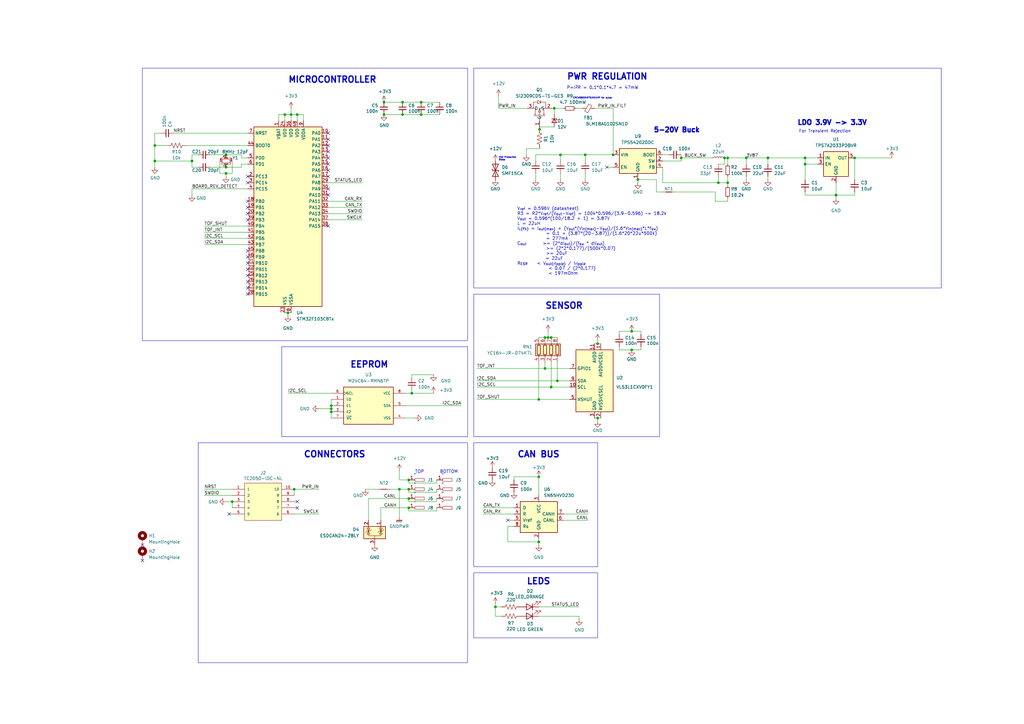
<source format=kicad_sch>
(kicad_sch (version 20230121) (generator eeschema)
  (paper "A3")
  (title_block (title "LaserCAN") (rev "3") (company "Grapple Robotics") (comment 1 "https://grapplerobotics.au") (comment 2 "https://github.com/GrappleRobotics/LaserCAN"))
  (lib_symbols
    (symbol "Device:C_Small" (pin_numbers hide) (pin_names (offset 0.254) hide)
      (property "Reference" "C" (at 0.254 1.778 0))
      (property "Value" "C_Small" (at 0.254 -2.032 0))
      (symbol "C_Small_1_1"
        (pin passive line (at 0 2.54 270) (length 2.032) (name "~") (number "1"))
        (pin passive line (at 0 -2.54 90) (length 2.032) (name "~") (number "2"))
      )
    )
    (symbol "Device:Crystal_GND24_Small" (pin_names (offset 1.016) hide)
      (property "Reference" "Y" (at 1.27 4.445 0))
      (property "Value" "Crystal_GND24_Small" (at 1.27 2.54 0))
      (symbol "Crystal_GND24_Small_1_1"
        (pin passive line (at -2.54 0 0) (length 1.27) (name "1") (number "1"))
        (pin passive line (at 0 -2.54 90) (length 0.635) (name "2") (number "2"))
        (pin passive line (at 2.54 0 180) (length 1.27) (name "3") (number "3"))
        (pin passive line (at 0 2.54 270) (length 0.635) (name "4") (number "4"))
      )
    )
    (symbol "Device:D_TVS" (pin_numbers hide) (pin_names (offset 1.016) hide)
      (property "Reference" "D" (at 0 2.54 0))
      (property "Value" "D_TVS" (at 0 -2.54 0))
      (symbol "D_TVS_1_1"
        (pin passive line (at -3.81 0 0) (length 2.54) (name "A1") (number "1"))
        (pin passive line (at 3.81 0 180) (length 2.54) (name "A2") (number "2"))
      )
    )
    (symbol "Device:D_Zener_Small" (pin_numbers hide) (pin_names (offset 0.254) hide)
      (property "Reference" "D" (at 0 2.286 0))
      (property "Value" "D_Zener_Small" (at 0 -2.286 0))
      (symbol "D_Zener_Small_1_1"
        (pin passive line (at -2.54 0 0) (length 1.778) (name "K") (number "1"))
        (pin passive line (at 2.54 0 180) (length 1.778) (name "A") (number "2"))
      )
    )
    (symbol "Device:FerriteBead_Small" (pin_numbers hide) (pin_names (offset 0))
      (property "Reference" "FB" (at 1.905 1.27 0))
      (property "Value" "FerriteBead_Small" (at 1.905 -1.27 0))
      (symbol "FerriteBead_Small_1_1"
        (pin passive line (at 0 2.54 270) (length 1.27) (name "~") (number "1"))
        (pin passive line (at 0 -2.54 90) (length 1.27) (name "~") (number "2"))
      )
    )
    (symbol "Device:LED" (pin_numbers hide) (pin_names (offset 1.016) hide)
      (property "Reference" "D" (at 0 2.54 0))
      (property "Value" "LED" (at 0 -2.54 0))
      (symbol "LED_1_1"
        (pin passive line (at -3.81 0 0) (length 2.54) (name "K") (number "1"))
        (pin passive line (at 3.81 0 180) (length 2.54) (name "A") (number "2"))
      )
    )
    (symbol "Device:L_Small" (pin_numbers hide) (pin_names (offset 0.254) hide)
      (property "Reference" "L" (at 0.762 1.016 0))
      (property "Value" "L_Small" (at 0.762 -1.016 0))
      (symbol "L_Small_1_1"
        (pin passive line (at 0 2.54 270) (length 0.508) (name "~") (number "1"))
        (pin passive line (at 0 -2.54 90) (length 0.508) (name "~") (number "2"))
      )
    )
    (symbol "Device:NetTie_2" (pin_numbers hide) (pin_names (offset 0) hide) (in_bom no)
      (property "Reference" "NT" (at 0 1.27 0))
      (property "Value" "NetTie_2" (at 0 -1.27 0))
      (symbol "NetTie_2_1_1"
        (pin passive line (at -2.54 0 0) (length 2.54) (name "1") (number "1"))
        (pin passive line (at 2.54 0 180) (length 2.54) (name "2") (number "2"))
      )
    )
    (symbol "Device:R_Pack04" (pin_names (offset 0) hide)
      (property "Reference" "RN" (at -7.62 0 90))
      (property "Value" "R_Pack04" (at 5.08 0 90))
      (symbol "R_Pack04_1_1"
        (pin passive line (at -5.08 -5.08 90) (length 2.54) (name "R1.1") (number "1"))
        (pin passive line (at -2.54 -5.08 90) (length 2.54) (name "R2.1") (number "2"))
        (pin passive line (at 0 -5.08 90) (length 2.54) (name "R3.1") (number "3"))
        (pin passive line (at 2.54 -5.08 90) (length 2.54) (name "R4.1") (number "4"))
        (pin passive line (at 2.54 5.08 270) (length 2.54) (name "R4.2") (number "5"))
        (pin passive line (at 0 5.08 270) (length 2.54) (name "R3.2") (number "6"))
        (pin passive line (at -2.54 5.08 270) (length 2.54) (name "R2.2") (number "7"))
        (pin passive line (at -5.08 5.08 270) (length 2.54) (name "R1.2") (number "8"))
      )
    )
    (symbol "Device:R_Small" (pin_numbers hide) (pin_names (offset 0.254) hide)
      (property "Reference" "R" (at 0.762 0.508 0))
      (property "Value" "R_Small" (at 0.762 -1.016 0))
      (symbol "R_Small_1_1"
        (pin passive line (at 0 2.54 270) (length 0.762) (name "~") (number "1"))
        (pin passive line (at 0 -2.54 90) (length 0.762) (name "~") (number "2"))
      )
    )
    (symbol "Device:R_US" (pin_numbers hide) (pin_names (offset 0))
      (property "Reference" "R" (at 2.54 0 90))
      (property "Value" "R_US" (at -2.54 0 90))
      (symbol "R_US_1_1"
        (pin passive line (at 0 3.81 270) (length 1.27) (name "~") (number "1"))
        (pin passive line (at 0 -3.81 90) (length 1.27) (name "~") (number "2"))
      )
    )
    (symbol "Interface_CAN_LIN:SN65HVD230" (pin_names (offset 1.016))
      (property "Reference" "U" (at -2.54 10.16 0))
      (property "Value" "SN65HVD230" (at -2.54 7.62 0))
      (symbol "SN65HVD230_1_1"
        (pin input line (at -10.16 2.54 0) (length 2.54) (name "D") (number "1"))
        (pin power_in line (at 0 -10.16 90) (length 2.54) (name "GND") (number "2"))
        (pin power_in line (at 0 7.62 270) (length 2.54) (name "VCC") (number "3"))
        (pin output line (at -10.16 0 0) (length 2.54) (name "R") (number "4"))
        (pin output line (at -10.16 -2.54 0) (length 2.54) (name "Vref") (number "5"))
        (pin bidirectional line (at 10.16 -2.54 180) (length 2.54) (name "CANL") (number "6"))
        (pin bidirectional line (at 10.16 0 180) (length 2.54) (name "CANH") (number "7"))
        (pin input line (at -10.16 -5.08 0) (length 2.54) (name "Rs") (number "8"))
      )
    )
    (symbol "M24C64-RMN6TP:M24C64-RMN6TP" (pin_names (offset 1.016))
      (property "Reference" "U" (at -10.1766 8.1413 0))
      (property "Value" "M24C64-RMN6TP" (at -10.1762 -10.6849 0))
      (symbol "M24C64-RMN6TP_0_0"
        (pin input line (at -15.24 2.54 0) (length 5.08) (name "E0") (number "1"))
        (pin input line (at -15.24 0 0) (length 5.08) (name "E1") (number "2"))
        (pin input line (at -15.24 -2.54 0) (length 5.08) (name "E2") (number "3"))
        (pin power_in line (at 15.24 -5.08 180) (length 5.08) (name "VSS") (number "4"))
        (pin bidirectional line (at 15.24 0 180) (length 5.08) (name "SDA") (number "5"))
        (pin input clock (at -15.24 5.08 0) (length 5.08) (name "SCL") (number "6"))
        (pin input line (at -15.24 -5.08 0) (length 5.08) (name "~{WC}") (number "7"))
        (pin power_in line (at 15.24 5.08 180) (length 5.08) (name "VCC") (number "8"))
      )
    )
    (symbol "MCU_ST_STM32F1:STM32F103C8Tx"
      (property "Reference" "U" (at -12.7 39.37 0))
      (property "Value" "STM32F103C8Tx" (at 10.16 39.37 0))
      (symbol "STM32F103C8Tx_1_1"
        (pin power_in line (at -2.54 40.64 270) (length 2.54) (name "VBAT") (number "1"))
        (pin bidirectional line (at 17.78 35.56 180) (length 2.54) (name "PA0") (number "10"))
        (pin bidirectional line (at 17.78 33.02 180) (length 2.54) (name "PA1") (number "11"))
        (pin bidirectional line (at 17.78 30.48 180) (length 2.54) (name "PA2") (number "12"))
        (pin bidirectional line (at 17.78 27.94 180) (length 2.54) (name "PA3") (number "13"))
        (pin bidirectional line (at 17.78 25.4 180) (length 2.54) (name "PA4") (number "14"))
        (pin bidirectional line (at 17.78 22.86 180) (length 2.54) (name "PA5") (number "15"))
        (pin bidirectional line (at 17.78 20.32 180) (length 2.54) (name "PA6") (number "16"))
        (pin bidirectional line (at 17.78 17.78 180) (length 2.54) (name "PA7") (number "17"))
        (pin bidirectional line (at -15.24 7.62 0) (length 2.54) (name "PB0") (number "18"))
        (pin bidirectional line (at -15.24 5.08 0) (length 2.54) (name "PB1") (number "19"))
        (pin bidirectional line (at -15.24 17.78 0) (length 2.54) (name "PC13") (number "2"))
        (pin bidirectional line (at -15.24 2.54 0) (length 2.54) (name "PB2") (number "20"))
        (pin bidirectional line (at -15.24 -17.78 0) (length 2.54) (name "PB10") (number "21"))
        (pin bidirectional line (at -15.24 -20.32 0) (length 2.54) (name "PB11") (number "22"))
        (pin power_in line (at 0 -38.1 90) (length 2.54) (name "VSS") (number "23"))
        (pin power_in line (at 0 40.64 270) (length 2.54) (name "VDD") (number "24"))
        (pin bidirectional line (at -15.24 -22.86 0) (length 2.54) (name "PB12") (number "25"))
        (pin bidirectional line (at -15.24 -25.4 0) (length 2.54) (name "PB13") (number "26"))
        (pin bidirectional line (at -15.24 -27.94 0) (length 2.54) (name "PB14") (number "27"))
        (pin bidirectional line (at -15.24 -30.48 0) (length 2.54) (name "PB15") (number "28"))
        (pin bidirectional line (at 17.78 15.24 180) (length 2.54) (name "PA8") (number "29"))
        (pin bidirectional line (at -15.24 15.24 0) (length 2.54) (name "PC14") (number "3"))
        (pin bidirectional line (at 17.78 12.7 180) (length 2.54) (name "PA9") (number "30"))
        (pin bidirectional line (at 17.78 10.16 180) (length 2.54) (name "PA10") (number "31"))
        (pin bidirectional line (at 17.78 7.62 180) (length 2.54) (name "PA11") (number "32"))
        (pin bidirectional line (at 17.78 5.08 180) (length 2.54) (name "PA12") (number "33"))
        (pin bidirectional line (at 17.78 2.54 180) (length 2.54) (name "PA13") (number "34"))
        (pin passive line (at 0 -38.1 90) (length 2.54) hide (name "VSS") (number "35"))
        (pin power_in line (at 2.54 40.64 270) (length 2.54) (name "VDD") (number "36"))
        (pin bidirectional line (at 17.78 0 180) (length 2.54) (name "PA14") (number "37"))
        (pin bidirectional line (at 17.78 -2.54 180) (length 2.54) (name "PA15") (number "38"))
        (pin bidirectional line (at -15.24 0 0) (length 2.54) (name "PB3") (number "39"))
        (pin bidirectional line (at -15.24 12.7 0) (length 2.54) (name "PC15") (number "4"))
        (pin bidirectional line (at -15.24 -2.54 0) (length 2.54) (name "PB4") (number "40"))
        (pin bidirectional line (at -15.24 -5.08 0) (length 2.54) (name "PB5") (number "41"))
        (pin bidirectional line (at -15.24 -7.62 0) (length 2.54) (name "PB6") (number "42"))
        (pin bidirectional line (at -15.24 -10.16 0) (length 2.54) (name "PB7") (number "43"))
        (pin input line (at -15.24 30.48 0) (length 2.54) (name "BOOT0") (number "44"))
        (pin bidirectional line (at -15.24 -12.7 0) (length 2.54) (name "PB8") (number "45"))
        (pin bidirectional line (at -15.24 -15.24 0) (length 2.54) (name "PB9") (number "46"))
        (pin passive line (at 0 -38.1 90) (length 2.54) hide (name "VSS") (number "47"))
        (pin power_in line (at 5.08 40.64 270) (length 2.54) (name "VDD") (number "48"))
        (pin bidirectional line (at -15.24 25.4 0) (length 2.54) (name "PD0") (number "5"))
        (pin bidirectional line (at -15.24 22.86 0) (length 2.54) (name "PD1") (number "6"))
        (pin input line (at -15.24 35.56 0) (length 2.54) (name "NRST") (number "7"))
        (pin power_in line (at 2.54 -38.1 90) (length 2.54) (name "VSSA") (number "8"))
        (pin power_in line (at 7.62 40.64 270) (length 2.54) (name "VDDA") (number "9"))
      )
    )
    (symbol "Mechanical:MountingHole_Pad" (pin_numbers hide) (pin_names (offset 1.016) hide)
      (property "Reference" "H" (at 0 6.35 0))
      (property "Value" "MountingHole_Pad" (at 0 4.445 0))
      (symbol "MountingHole_Pad_1_1"
        (pin input line (at 0 -2.54 90) (length 2.54) (name "1") (number "1"))
      )
    )
    (symbol "Pad:ConnPad"
      (property "Reference" "J" (at 0 0 0))
      (symbol "ConnPad_1_1"
        (pin unspecified line (at -2.54 -2.54 0) (length 2.54) (name "") (number "1"))
      )
    )
    (symbol "Power_Protection:SZNUP2105L" (pin_names hide)
      (property "Reference" "D" (at 5.715 2.54 0))
      (property "Value" "SZNUP2105L" (at 5.715 0.635 0))
      (symbol "SZNUP2105L_0_0"
        (pin passive line (at 0 -5.08 90) (length 2.54) (name "A") (number "3"))
      )
      (symbol "SZNUP2105L_1_1"
        (pin passive line (at -2.54 5.08 270) (length 2.54) (name "K") (number "1"))
        (pin passive line (at 2.54 5.08 270) (length 2.54) (name "K") (number "2"))
      )
    )
    (symbol "Regulator_Linear:TPS7A0508PDBV"
      (property "Reference" "U" (at -3.81 6.35 0))
      (property "Value" "TPS7A0508PDBV" (at 6.35 6.35 0))
      (symbol "TPS7A0508PDBV_0_1"
        (pin power_in line (at -7.62 2.54 0) (length 2.54) (name "IN") (number "1"))
        (pin power_in line (at 0 -7.62 90) (length 2.54) (name "GND") (number "2"))
        (pin input line (at -7.62 0 0) (length 2.54) (name "EN") (number "3"))
        (pin no_connect line (at 5.08 0 180) (length 2.54) hide (name "NC") (number "4"))
        (pin power_out line (at 7.62 2.54 180) (length 2.54) (name "OUT") (number "5"))
      )
    )
    (symbol "Regulator_Switching:TPS54202DDC"
      (property "Reference" "U" (at -7.62 6.35 0))
      (property "Value" "TPS54202DDC" (at 0 6.35 0))
      (symbol "TPS54202DDC_1_1"
        (pin power_in line (at 0 -7.62 90) (length 2.54) (name "GND") (number "1"))
        (pin power_out line (at 10.16 0 180) (length 2.54) (name "SW") (number "2"))
        (pin power_in line (at -10.16 2.54 0) (length 2.54) (name "VIN") (number "3"))
        (pin input line (at 10.16 -2.54 180) (length 2.54) (name "FB") (number "4"))
        (pin input line (at -10.16 -2.54 0) (length 2.54) (name "EN") (number "5"))
        (pin passive line (at 10.16 2.54 180) (length 2.54) (name "BOOT") (number "6"))
      )
    )
    (symbol "SI2309CDS-T1-GE3:Si2309CDS-T1-GE3"
      (property "Reference" "Q" (at 0 10.16 0))
      (property "Value" "Si2309CDS-T1-GE3" (at 0 -10.16 0))
      (symbol "Si2309CDS-T1-GE3_0_1"
        (pin unspecified line (at -7.11 0 0) (length 2.54) (name "G") (number "1"))
        (pin unspecified line (at 0.51 5.08 270) (length 2.54) (name "S") (number "2"))
        (pin unspecified line (at 0.51 -5.08 90) (length 2.54) (name "D") (number "3"))
      )
    )
    (symbol "Sensor_Distance:VL53L1CXV0FY1"
      (property "Reference" "U" (at -6.35 13.97 0))
      (property "Value" "VL53L1CXV0FY1" (at 12.065 13.97 0))
      (symbol "VL53L1CXV0FY1_1_1"
        (pin power_in line (at 2.54 15.24 270) (length 2.54) (name "AVDDVCSEL") (number "1"))
        (pin input line (at -10.16 -2.54 0) (length 2.54) (name "SCL") (number "10"))
        (pin power_in line (at 0 15.24 270) (length 2.54) (name "AVDD") (number "11"))
        (pin passive line (at 0 -15.24 90) (length 2.54) hide (name "GND") (number "12"))
        (pin power_in line (at 2.54 -15.24 90) (length 2.54) (name "AVSSVCSEL") (number "2"))
        (pin power_in line (at 0 -15.24 90) (length 2.54) (name "GND") (number "3"))
        (pin passive line (at 0 -15.24 90) (length 2.54) hide (name "GND") (number "4"))
        (pin input line (at -10.16 -7.62 0) (length 2.54) (name "XSHUT") (number "5"))
        (pin passive line (at 0 -15.24 90) (length 2.54) hide (name "GND") (number "6"))
        (pin open_collector line (at -10.16 5.08 0) (length 2.54) (name "GPIO1") (number "7"))
        (pin no_connect line (at -7.62 7.62 0) (length 2.54) hide (name "DNC") (number "8"))
        (pin bidirectional line (at -10.16 0 0) (length 2.54) (name "SDA") (number "9"))
      )
    )
    (symbol "TC2050:TC2050-IDC-NL" (pin_names (offset 1.016))
      (property "Reference" "J" (at -7.62 7.62 0))
      (property "Value" "TC2050-IDC-NL" (at -7.62 -10.16 0))
      (symbol "TC2050-IDC-NL_0_0"
        (pin passive line (at -12.7 5.08 0) (length 5.08) (name "1") (number "1"))
        (pin passive line (at 12.7 5.08 180) (length 5.08) (name "10") (number "10"))
        (pin passive line (at -12.7 2.54 0) (length 5.08) (name "2") (number "2"))
        (pin passive line (at -12.7 0 0) (length 5.08) (name "3") (number "3"))
        (pin passive line (at -12.7 -2.54 0) (length 5.08) (name "4") (number "4"))
        (pin passive line (at -12.7 -5.08 0) (length 5.08) (name "5") (number "5"))
        (pin passive line (at 12.7 -5.08 180) (length 5.08) (name "6") (number "6"))
        (pin passive line (at 12.7 -2.54 180) (length 5.08) (name "7") (number "7"))
        (pin passive line (at 12.7 0 180) (length 5.08) (name "8") (number "8"))
        (pin passive line (at 12.7 2.54 180) (length 5.08) (name "9") (number "9"))
      )
    )
    (symbol "power:+12V" (power) (pin_names (offset 0))
      (property "Value" "+12V" (at 0 3.556 0))
      (symbol "+12V_1_1"
        (pin power_in line (at 0 0 90) (length 0) hide (name "+12V") (number "1"))
      )
    )
    (symbol "power:+3V3" (power) (pin_names (offset 0))
      (property "Value" "+3V3" (at 0 3.556 0))
      (symbol "+3V3_1_1"
        (pin power_in line (at 0 0 90) (length 0) hide (name "+3V3") (number "1"))
      )
    )
    (symbol "power:GND" (power) (pin_names (offset 0))
      (property "Value" "GND" (at 0 -3.81 0))
      (symbol "GND_1_1"
        (pin power_in line (at 0 0 270) (length 0) hide (name "GND") (number "1"))
      )
    )
    (symbol "power:GNDPWR" (power) (pin_names (offset 0))
      (property "Value" "GNDPWR" (at 0 -3.302 0))
      (symbol "GNDPWR_1_1"
        (pin power_in line (at 0 0 270) (length 0) hide (name "GNDPWR") (number "1"))
      )
    )
  )
  (junction (at 259.08 135.89))
  (junction (at 226.06 158.75))
  (junction (at 92.71 68.58))
  (junction (at 227.33 44.45))
  (junction (at 92.71 63.5))
  (junction (at 245.11 171.45))
  (junction (at 118.11 128.27))
  (junction (at 223.52 151.13))
  (junction (at 220.98 195.58))
  (junction (at 203.2 248.92))
  (junction (at 168.91 161.29))
  (junction (at 95.25 205.74))
  (junction (at 119.38 46.99))
  (junction (at 306.07 64.77))
  (junction (at 297.18 64.77))
  (junction (at 163.83 200.66))
  (junction (at 120.65 200.66))
  (junction (at 240.03 63.5))
  (junction (at 220.98 163.83))
  (junction (at 261.62 73.66))
  (junction (at 63.5 66.04))
  (junction (at 135.89 168.91))
  (junction (at 172.72 41.91))
  (junction (at 92.71 71.12))
  (junction (at 350.52 64.77))
  (junction (at 298.45 64.77))
  (junction (at 245.11 140.97))
  (junction (at 135.89 166.37))
  (junction (at 167.64 196.85))
  (junction (at 63.5 59.69))
  (junction (at 279.4 64.77))
  (junction (at 121.92 46.99))
  (junction (at 224.79 138.43))
  (junction (at 220.98 222.25))
  (junction (at 314.96 64.77))
  (junction (at 229.87 63.5))
  (junction (at 221.305 53.0753))
  (junction (at 165.1 46.99))
  (junction (at 228.6 156.21))
  (junction (at 165.1 41.91))
  (junction (at 223.52 138.43))
  (junction (at 167.64 204.47))
  (junction (at 157.48 46.99))
  (junction (at 157.48 41.91))
  (junction (at 342.9 80.01))
  (junction (at 116.84 46.99))
  (junction (at 298.45 74.93))
  (junction (at 167.64 200.66))
  (junction (at 294.64 74.93))
  (junction (at 172.72 46.99))
  (junction (at 259.08 143.51))
  (junction (at 251.46 63.5))
  (junction (at 330.2 67.31))
  (junction (at 167.64 208.28))
  (junction (at 135.89 167.64))
  (junction (at 78.74 66.04))
  (junction (at 330.2 64.77))
  (junction (at 226.06 138.43))
  (no_connect (at 134.62 64.77))
  (no_connect (at 101.6 87.63))
  (no_connect (at 101.6 82.55))
  (no_connect (at 93.98 210.82))
  (no_connect (at 101.6 74.93))
  (no_connect (at 58.42 223.52))
  (no_connect (at 101.6 118.11))
  (no_connect (at 134.62 92.71))
  (no_connect (at 248.92 68.58))
  (no_connect (at 121.92 208.28))
  (no_connect (at 134.62 69.85))
  (no_connect (at 101.6 102.87))
  (no_connect (at 58.42 229.87))
  (no_connect (at 101.6 120.65))
  (no_connect (at 101.6 90.17))
  (no_connect (at 208.28 213.36))
  (no_connect (at 134.62 62.23))
  (no_connect (at 101.6 107.95))
  (no_connect (at 101.6 113.03))
  (no_connect (at 101.6 110.49))
  (no_connect (at 134.62 80.01))
  (no_connect (at 134.62 67.31))
  (no_connect (at 134.62 57.15))
  (no_connect (at 121.92 205.74))
  (no_connect (at 134.62 59.69))
  (no_connect (at 134.62 77.47))
  (no_connect (at 101.6 85.09))
  (no_connect (at 134.62 72.39))
  (no_connect (at 101.6 72.39))
  (no_connect (at 101.6 105.41))
  (no_connect (at 101.6 115.57))
  (no_connect (at 134.62 54.61))
  (wire (pts (xy 83.82 95.25) (xy 101.6 95.25)))
  (wire (pts (xy 76.2 59.69) (xy 101.6 59.69)))
  (wire (pts (xy 294.64 74.93) (xy 271.78 74.93)))
  (wire (pts (xy 219.71 63.5) (xy 229.87 63.5)))
  (wire (pts (xy 134.62 85.09) (xy 148.59 85.09)))
  (wire (pts (xy 198.12 210.82) (xy 210.82 210.82)))
  (wire (pts (xy 78.74 68.58) (xy 78.74 66.04)))
  (wire (pts (xy 298.45 64.77) (xy 306.07 64.77)))
  (wire (pts (xy 271.78 63.5) (xy 274.32 63.5)))
  (wire (pts (xy 269.24 73.66) (xy 261.62 73.66)))
  (wire (pts (xy 130.81 167.64) (xy 135.89 167.64)))
  (wire (pts (xy 204.47 39.37) (xy 204.47 44.45)))
  (wire (pts (xy 163.83 200.66) (xy 163.83 212.09)))
  (wire (pts (xy 198.12 208.28) (xy 210.82 208.28)))
  (wire (pts (xy 119.38 46.99) (xy 119.38 49.53)))
  (wire (pts (xy 220.98 138.43) (xy 223.52 138.43)))
  (wire (pts (xy 135.89 163.83) (xy 135.89 166.37)))
  (wire (pts (xy 240.03 71.12) (xy 240.03 73.66)))
  (wire (pts (xy 226.06 158.75) (xy 233.68 158.75)))
  (wire (pts (xy 63.5 66.04) (xy 78.74 66.04)))
  (wire (pts (xy 119.38 44.45) (xy 119.38 46.99)))
  (wire (pts (xy 168.91 160.02) (xy 168.91 161.29)))
  (wire (pts (xy 261.62 73.66) (xy 261.62 74.93)))
  (wire (pts (xy 254 135.89) (xy 254 137.16)))
  (wire (pts (xy 167.64 209.55) (xy 167.64 208.28)))
  (wire (pts (xy 63.5 54.61) (xy 63.5 59.69)))
  (wire (pts (xy 179.07 205.74) (xy 167.64 205.74)))
  (wire (pts (xy 135.89 168.91) (xy 135.89 171.45)))
  (wire (pts (xy 116.84 128.27) (xy 118.11 128.27)))
  (wire (pts (xy 205.74 248.92) (xy 203.2 248.92)))
  (wire (pts (xy 276.86 78.74) (xy 293.37 78.74)))
  (wire (pts (xy 179.07 200.66) (xy 179.07 201.93)))
  (wire (pts (xy 179.07 208.28) (xy 179.07 209.55)))
  (wire (pts (xy 163.83 193.04) (xy 163.83 196.85)))
  (wire (pts (xy 166.37 166.37) (xy 189.23 166.37)))
  (wire (pts (xy 243.84 44.45) (xy 251.46 44.45)))
  (wire (pts (xy 167.64 204.47) (xy 151.13 204.47)))
  (wire (pts (xy 335.28 64.77) (xy 330.2 64.77)))
  (wire (pts (xy 203.2 248.92) (xy 203.2 247.65)))
  (wire (pts (xy 101.6 64.77) (xy 99.06 64.77)))
  (wire (pts (xy 92.71 71.12) (xy 95.25 71.12)))
  (wire (pts (xy 226.06 138.43) (xy 228.6 138.43)))
  (wire (pts (xy 228.6 156.21) (xy 233.68 156.21)))
  (wire (pts (xy 220.98 222.25) (xy 220.98 220.98)))
  (wire (pts (xy 221.305 60.96) (xy 221.305 60.6953)))
  (wire (pts (xy 172.72 46.99) (xy 180.34 46.99)))
  (wire (pts (xy 224.79 138.43) (xy 226.06 138.43)))
  (wire (pts (xy 83.82 100.33) (xy 101.6 100.33)))
  (wire (pts (xy 293.37 78.74) (xy 293.37 82.55)))
  (wire (pts (xy 156.21 213.36) (xy 156.21 208.28)))
  (wire (pts (xy 237.49 252.73) (xy 237.49 254)))
  (wire (pts (xy 168.91 153.67) (xy 168.91 154.94)))
  (wire (pts (xy 245.11 140.97) (xy 246.38 140.97)))
  (wire (pts (xy 350.52 64.77) (xy 350.52 73.66)))
  (wire (pts (xy 254 143.51) (xy 254 142.24)))
  (polyline (pts (xy 245.11 232.41) (xy 194.31 232.41)))
  (wire (pts (xy 262.89 135.89) (xy 262.89 137.16)))
  (wire (pts (xy 314.96 64.77) (xy 314.96 67.31)))
  (wire (pts (xy 78.74 66.04) (xy 78.74 63.5)))
  (wire (pts (xy 294.64 72.39) (xy 294.64 74.93)))
  (wire (pts (xy 118.11 128.27) (xy 119.38 128.27)))
  (wire (pts (xy 279.4 66.04) (xy 279.4 64.77)))
  (wire (pts (xy 259.08 135.89) (xy 262.89 135.89)))
  (wire (pts (xy 134.62 74.93) (xy 148.59 74.93)))
  (wire (pts (xy 172.72 41.91) (xy 165.1 41.91)))
  (wire (pts (xy 63.5 68.58) (xy 63.5 66.04)))
  (wire (pts (xy 78.74 77.47) (xy 78.74 80.01)))
  (polyline (pts (xy 115.57 142.24) (xy 115.57 179.07)))
  (wire (pts (xy 245.11 172.72) (xy 245.11 171.45)))
  (wire (pts (xy 156.21 208.28) (xy 167.64 208.28)))
  (wire (pts (xy 259.08 143.51) (xy 254 143.51)))
  (wire (pts (xy 342.9 80.01) (xy 342.9 81.28)))
  (wire (pts (xy 134.62 87.63) (xy 148.59 87.63)))
  (wire (pts (xy 223.52 148.59) (xy 223.52 151.13)))
  (wire (pts (xy 166.37 161.29) (xy 168.91 161.29)))
  (wire (pts (xy 135.89 167.64) (xy 135.89 166.37)))
  (wire (pts (xy 134.62 90.17) (xy 148.59 90.17)))
  (wire (pts (xy 298.45 74.93) (xy 294.64 74.93)))
  (wire (pts (xy 121.92 46.99) (xy 121.92 49.53)))
  (wire (pts (xy 306.07 72.39) (xy 306.07 73.66)))
  (wire (pts (xy 227.33 46.99) (xy 227.33 44.45)))
  (wire (pts (xy 165.1 46.99) (xy 172.72 46.99)))
  (wire (pts (xy 231.14 213.36) (xy 241.3 213.36)))
  (polyline (pts (xy 245.11 181.61) (xy 245.11 232.41)))
  (wire (pts (xy 330.2 80.01) (xy 330.2 78.74)))
  (wire (pts (xy 220.98 148.59) (xy 220.98 163.83)))
  (wire (pts (xy 116.84 46.99) (xy 116.84 49.53)))
  (wire (pts (xy 101.6 67.31) (xy 99.06 67.31)))
  (wire (pts (xy 86.36 68.58) (xy 92.71 68.58)))
  (wire (pts (xy 221.2912 52.0403) (xy 221.2912 53.0753)))
  (wire (pts (xy 203.2 252.73) (xy 203.2 248.92)))
  (wire (pts (xy 177.8 153.67) (xy 168.91 153.67)))
  (wire (pts (xy 240.03 63.5) (xy 251.46 63.5)))
  (wire (pts (xy 208.28 222.25) (xy 220.98 222.25)))
  (wire (pts (xy 180.34 41.91) (xy 172.72 41.91)))
  (wire (pts (xy 223.52 151.13) (xy 233.68 151.13)))
  (wire (pts (xy 216.2112 44.45) (xy 216.2112 44.4203)))
  (wire (pts (xy 92.71 63.5) (xy 99.06 63.5)))
  (wire (pts (xy 195.58 163.83) (xy 220.98 163.83)))
  (wire (pts (xy 210.82 215.9) (xy 208.28 215.9)))
  (wire (pts (xy 163.83 200.66) (xy 167.64 200.66)))
  (wire (pts (xy 220.98 163.83) (xy 233.68 163.83)))
  (wire (pts (xy 83.82 92.71) (xy 101.6 92.71)))
  (wire (pts (xy 271.78 78.74) (xy 269.24 78.74)))
  (wire (pts (xy 95.25 205.74) (xy 95.25 208.28)))
  (wire (pts (xy 306.07 64.77) (xy 314.96 64.77)))
  (wire (pts (xy 120.65 208.28) (xy 121.92 208.28)))
  (wire (pts (xy 245.11 139.7) (xy 245.11 140.97)))
  (wire (pts (xy 179.07 204.47) (xy 179.07 205.74)))
  (wire (pts (xy 195.58 158.75) (xy 226.06 158.75)))
  (wire (pts (xy 116.84 46.99) (xy 119.38 46.99)))
  (wire (pts (xy 160.02 200.66) (xy 163.83 200.66)))
  (wire (pts (xy 179.07 196.85) (xy 179.07 198.12)))
  (wire (pts (xy 330.2 67.31) (xy 330.2 73.66)))
  (wire (pts (xy 92.71 68.58) (xy 99.06 68.58)))
  (wire (pts (xy 120.65 200.66) (xy 120.65 203.2)))
  (wire (pts (xy 179.07 198.12) (xy 167.64 198.12)))
  (wire (pts (xy 219.71 63.5) (xy 219.71 66.04)))
  (wire (pts (xy 114.3 46.99) (xy 116.84 46.99)))
  (wire (pts (xy 220.98 222.25) (xy 220.98 223.52)))
  (wire (pts (xy 259.08 143.51) (xy 262.89 143.51)))
  (wire (pts (xy 220.98 195.58) (xy 220.98 203.2)))
  (wire (pts (xy 298.45 64.77) (xy 298.45 67.31)))
  (wire (pts (xy 83.82 203.2) (xy 95.25 203.2)))
  (wire (pts (xy 314.96 64.77) (xy 330.2 64.77)))
  (wire (pts (xy 168.91 161.29) (xy 177.8 161.29)))
  (wire (pts (xy 86.36 63.5) (xy 92.71 63.5)))
  (wire (pts (xy 135.89 167.64) (xy 135.89 168.91)))
  (wire (pts (xy 92.71 205.74) (xy 95.25 205.74)))
  (wire (pts (xy 294.64 67.31) (xy 297.18 67.31)))
  (wire (pts (xy 293.37 82.55) (xy 298.45 82.55)))
  (wire (pts (xy 118.11 161.29) (xy 135.89 161.29)))
  (wire (pts (xy 81.28 68.58) (xy 78.74 68.58)))
  (polyline (pts (xy 191.77 142.24) (xy 191.77 179.07)))
  (wire (pts (xy 220.98 252.73) (xy 237.49 252.73)))
  (wire (pts (xy 271.78 66.04) (xy 279.4 66.04)))
  (wire (pts (xy 120.65 210.82) (xy 130.81 210.82)))
  (polyline (pts (xy 191.77 179.07) (xy 115.57 179.07)))
  (wire (pts (xy 248.92 68.58) (xy 251.46 68.58)))
  (wire (pts (xy 167.64 198.12) (xy 167.64 196.85)))
  (wire (pts (xy 342.9 80.01) (xy 350.52 80.01)))
  (wire (pts (xy 119.38 46.99) (xy 121.92 46.99)))
  (wire (pts (xy 99.06 64.77) (xy 99.06 63.5)))
  (wire (pts (xy 221.2912 53.0753) (xy 221.305 53.0753)))
  (wire (pts (xy 167.64 205.74) (xy 167.64 204.47)))
  (wire (pts (xy 215.9 60.96) (xy 221.305 60.96)))
  (polyline (pts (xy 194.31 181.61) (xy 245.11 181.61)))
  (wire (pts (xy 83.82 200.66) (xy 95.25 200.66)))
  (wire (pts (xy 204.47 44.45) (xy 216.2112 44.45)))
  (wire (pts (xy 63.5 59.69) (xy 68.58 59.69)))
  (wire (pts (xy 195.58 151.13) (xy 223.52 151.13)))
  (wire (pts (xy 167.64 196.85) (xy 163.83 196.85)))
  (wire (pts (xy 330.2 64.77) (xy 330.2 67.31)))
  (wire (pts (xy 231.14 210.82) (xy 241.3 210.82)))
  (wire (pts (xy 221.305 52.07) (xy 221.305 53.0753)))
  (wire (pts (xy 114.3 49.53) (xy 114.3 46.99)))
  (wire (pts (xy 224.79 135.89) (xy 224.79 138.43)))
  (wire (pts (xy 297.18 64.77) (xy 297.18 67.31)))
  (wire (pts (xy 92.71 71.12) (xy 92.71 72.39)))
  (wire (pts (xy 167.64 201.93) (xy 167.64 200.66)))
  (wire (pts (xy 245.11 171.45) (xy 246.38 171.45)))
  (polyline (pts (xy 115.57 142.24) (xy 191.77 142.24)))
  (wire (pts (xy 330.2 80.01) (xy 342.9 80.01)))
  (wire (pts (xy 226.3712 44.45) (xy 226.3712 44.4203)))
  (wire (pts (xy 228.6 148.59) (xy 228.6 156.21)))
  (wire (pts (xy 251.46 44.45) (xy 251.46 63.5)))
  (wire (pts (xy 342.9 74.93) (xy 342.9 80.01)))
  (wire (pts (xy 71.12 54.61) (xy 101.6 54.61)))
  (wire (pts (xy 149.86 200.66) (xy 154.94 200.66)))
  (wire (pts (xy 262.89 143.51) (xy 262.89 142.24)))
  (wire (pts (xy 236.22 44.45) (xy 238.76 44.45)))
  (wire (pts (xy 120.65 205.74) (xy 121.92 205.74)))
  (wire (pts (xy 226.06 148.59) (xy 226.06 158.75)))
  (wire (pts (xy 298.45 74.93) (xy 298.45 76.2)))
  (wire (pts (xy 298.45 72.39) (xy 298.45 74.93)))
  (wire (pts (xy 120.65 200.66) (xy 130.81 200.66)))
  (wire (pts (xy 350.52 64.77) (xy 365.76 64.77)))
  (wire (pts (xy 279.4 64.77) (xy 292.1 64.77)))
  (wire (pts (xy 314.96 72.39) (xy 314.96 73.66)))
  (wire (pts (xy 179.07 201.93) (xy 167.64 201.93)))
  (wire (pts (xy 271.78 74.93) (xy 271.78 68.58)))
  (wire (pts (xy 224.79 138.43) (xy 223.52 138.43)))
  (wire (pts (xy 124.46 46.99) (xy 124.46 49.53)))
  (wire (pts (xy 306.07 64.77) (xy 306.07 67.31)))
  (wire (pts (xy 195.58 156.21) (xy 228.6 156.21)))
  (wire (pts (xy 121.92 46.99) (xy 124.46 46.99)))
  (wire (pts (xy 229.87 71.12) (xy 229.87 73.66)))
  (wire (pts (xy 208.28 213.36) (xy 210.82 213.36)))
  (wire (pts (xy 83.82 97.79) (xy 101.6 97.79)))
  (wire (pts (xy 227.33 52.07) (xy 221.305 52.07)))
  (wire (pts (xy 93.98 210.82) (xy 95.25 210.82)))
  (wire (pts (xy 259.08 135.89) (xy 254 135.89)))
  (wire (pts (xy 166.37 171.45) (xy 170.18 171.45)))
  (wire (pts (xy 99.06 67.31) (xy 99.06 68.58)))
  (polyline (pts (xy 194.31 181.61) (xy 194.31 232.41)))
  (wire (pts (xy 179.07 209.55) (xy 167.64 209.55)))
  (wire (pts (xy 95.25 66.04) (xy 95.25 71.12)))
  (wire (pts (xy 279.4 64.77) (xy 279.4 63.5)))
  (wire (pts (xy 220.98 248.92) (xy 237.49 248.92)))
  (wire (pts (xy 78.74 63.5) (xy 81.28 63.5)))
  (wire (pts (xy 63.5 59.69) (xy 63.5 66.04)))
  (wire (pts (xy 118.11 128.27) (xy 118.11 129.54)))
  (wire (pts (xy 66.04 54.61) (xy 63.5 54.61)))
  (wire (pts (xy 151.13 204.47) (xy 151.13 213.36)))
  (wire (pts (xy 90.17 66.04) (xy 90.17 71.12)))
  (wire (pts (xy 90.17 71.12) (xy 92.71 71.12)))
  (wire (pts (xy 229.87 63.5) (xy 240.03 63.5)))
  (wire (pts (xy 210.82 196.85) (xy 210.82 195.58)))
  (wire (pts (xy 205.74 252.73) (xy 203.2 252.73)))
  (wire (pts (xy 298.45 64.77) (xy 297.18 64.77)))
  (wire (pts (xy 208.28 215.9) (xy 208.28 222.25)))
  (wire (pts (xy 243.84 140.97) (xy 245.11 140.97)))
  (wire (pts (xy 227.33 44.45) (xy 226.3712 44.45)))
  (wire (pts (xy 229.87 63.5) (xy 229.87 66.04)))
  (wire (pts (xy 101.6 77.47) (xy 78.74 77.47)))
  (wire (pts (xy 243.84 171.45) (xy 245.11 171.45)))
  (wire (pts (xy 350.52 78.74) (xy 350.52 80.01)))
  (wire (pts (xy 240.03 63.5) (xy 240.03 66.04)))
  (wire (pts (xy 157.48 46.99) (xy 165.1 46.99)))
  (wire (pts (xy 298.45 81.28) (xy 298.45 82.55)))
  (wire (pts (xy 330.2 67.31) (xy 335.28 67.31)))
  (wire (pts (xy 269.24 78.74) (xy 269.24 73.66)))
  (wire (pts (xy 215.9 60.96) (xy 215.9 63.5)))
  (wire (pts (xy 134.62 82.55) (xy 148.59 82.55)))
  (wire (pts (xy 165.1 41.91) (xy 157.48 41.91)))
  (wire (pts (xy 210.82 195.58) (xy 220.98 195.58)))
  (wire (pts (xy 227.33 44.45) (xy 231.14 44.45)))
  (wire (pts (xy 219.71 71.12) (xy 219.71 73.66)))
  (rectangle (start 194.31 27.94) (end 386.08 118.11))
  (rectangle (start 194.31 234.95) (end 245.11 261.62))
  (rectangle (start 58.42 27.94) (end 191.77 139.7))
  (rectangle (start 194.31 120.65) (end 270.51 179.07))
  (rectangle (start 81.28 181.61) (end 191.77 271.78))
  (text "ESD Protection\nDiode" (at 204.47 66.04 0) (effects (font (size 0.635 0.635)) (justify left bottom)))
  (text "BOTTOM" (at 180.34 194.31 0) (effects (font (size 1.27 1.27)) (justify left bottom)))
  (text "MICROCONTROLLER" (at 118.11 34.29 0) (effects (font (size 2.54 2.54) (thickness 0.508) bold) (justify left bottom)))
  (text "LDO 3.9V -> 3.3V" (at 326.9219 51.5908 0) (effects (font (size 2 2) (thickness 0.508) bold) (justify left bottom)))
  (text "EEPROM" (at 143.51 151.13 0) (effects (font (size 2.54 2.54) (thickness 0.508) bold) (justify left bottom)))
  (text "P=I^{2}R = 0.1*0.1*4.7 = 47mW" (at 232.41 36.83 0) (effects (font (size 1.27 1.27)) (justify left bottom)))
  (text "TOP" (at 170.18 194.31 0) (effects (font (size 1.27 1.27)) (justify left bottom)))
  (text "For Transient Rejection" (at 327.66 54.61 0) (effects (font (size 1.2 1.2)) (justify left bottom)))
  (text "CRCW06034R70JNEAHP for pulse" (at 234.95 40.64 0) (effects (font (size 0.635 0.635)) (justify left bottom)))
  (text "V_{ref} = 0.596V (datasheet)\nR3 = R2*V_{ref}/(V_{out}-V_{ref}) = 100k*0.596/(3.9-0.596) ~= 18.2k\nV_{out} = 0.596*(100/18.2 + 1) = 3.87V\nL = 22uH\nI_{L(Pk)} = I_{out(max)} + (V_{out}*(V_{in(max)}-V_{out})/(1.6*V_{in(max)}*L*f_{sw})\n		  = 0.1 + (3.87*(20-3.87))/(1.6*20*22u*500k)\n 		  = 277mA\nC_{out}	  >= (2*dI_{out})/(f_{sw} * dV_{out})\n  		  >= (2*2*0.177)/(500k*0.07)\n		  >= 20uF\n	       = 22uF\nR_{ESR}    < V_{out(ripple)} / I_{ripple}\n		   < 0.07 / (2*0.177)\n		   < 197mOhm" (at 212.09 113.03 0) (effects (font (size 1.27 1.27)) (justify left bottom)))
  (text "CONNECTORS" (at 124.46 187.96 0) (effects (font (size 2.54 2.54) (thickness 0.508) bold) (justify left bottom)))
  (text "PWR REGULATION" (at 232.41 33.02 0) (effects (font (size 2.54 2.54) (thickness 0.508) bold) (justify left bottom)))
  (text "CAN BUS" (at 212.09 187.96 0) (effects (font (size 2.54 2.54) (thickness 0.508) bold) (justify left bottom)))
  (text "5-20V Buck" (at 267.97 54.61 0) (effects (font (size 2 2) (thickness 0.508) bold) (justify left bottom)))
  (text "LEDS" (at 215.9 240.03 0) (effects (font (size 2.54 2.54) (thickness 0.508) bold) (justify left bottom)))
  (text "SENSOR" (at 223.52 127 0) (effects (font (size 2.54 2.54) (thickness 0.508) bold) (justify left bottom)))
  (label "CAN_RX" (at 148.59 82.55 180))
  (label "SWDIO" (at 83.82 203.2 0))
  (label "I2C_SDA" (at 195.58 156.21 0))
  (label "SWCLK" (at 148.59 90.17 180))
  (label "TOF_INT" (at 195.58 151.13 0))
  (label "PWR_IN_FILT" (at 245.11 44.45 0))
  (label "CANL" (at 157.48 204.47 0))
  (label "SWCLK" (at 130.81 210.82 180))
  (label "NRST" (at 83.82 200.66 0))
  (label "CAN_RX" (at 198.12 210.82 0))
  (label "STATUS_LED" (at 237.49 248.92 180))
  (label "BOARD_REV_DETECT" (at 78.74 77.47 0))
  (label "CAN_TX" (at 198.12 208.28 0))
  (label "I2C_SCL" (at 83.82 97.79 0))
  (label "I2C_SDA" (at 189.23 166.37 180))
  (label "CAN_TX" (at 148.59 85.09 180))
  (label "BUCK_SW" (at 280.67 64.77 0))
  (label "SWDIO" (at 148.59 87.63 180))
  (label "I2C_SCL" (at 118.11 161.29 0))
  (label "CANH" (at 241.3 210.82 180))
  (label "3V87" (at 306.07 64.77 0))
  (label "PWR_IN" (at 130.81 200.66 180))
  (label "NRST" (at 71.12 54.61 0))
  (label "TOF_SHUT" (at 195.58 163.83 0))
  (label "TOF_SHUT" (at 83.82 92.71 0))
  (label "CANH" (at 157.48 208.28 0))
  (label "CANL" (at 241.3 213.36 180))
  (label "STATUS_LED" (at 148.59 74.93 180))
  (label "PWR_IN" (at 204.47 44.45 0))
  (label "I2C_SCL" (at 195.58 158.75 0))
  (label "TOF_INT" (at 83.82 95.25 0))
  (label "I2C_SDA" (at 83.82 100.33 0))
  (symbol (lib_id "Pad:ConnPad") (at 181.61 198.12 0) (unit 1) (in_bom no)
    (property "Reference" "J5" (at 187.96 200.66 0))
    (property "Value" "~" (at 181.61 198.12 0))
    (property "Footprint" "Pad:Pad" (effects hide))
  )
  (symbol (lib_id "Device:L_Small") (at 294.64 64.77 90) (unit 1)
    (property "Reference" "L2" (at 294.64 59.69 90))
    (property "Value" "22uH" (at 294.64 62.23 90))
    (property "Footprint" "Inductor_SMD:L_1008_2520Metric" (effects hide))
    (property "LCSC Part" "C65856" (effects hide))
  )
  (symbol (lib_id "power:GND") (at 170.18 171.45 90) (unit 1)
    (property "Reference" "#PWR08" (effects hide))
    (property "Value" "GND" (at 173.99 171.4499 90) (effects (justify right)))
  )
  (symbol (lib_id "power:GND") (at 177.8 153.67 0) (unit 1)
    (property "Reference" "#PWR09" (effects hide))
    (property "Value" "GND" (at 182.88 156.21 0))
  )
  (symbol (lib_id "power:GND") (at 215.9 63.5 0) (unit 1)
    (property "Reference" "#PWR026" (effects hide))
    (property "Value" "GND" (at 215.9 67.31 0))
  )
  (symbol (lib_id "Device:C_Small") (at 157.48 44.45 180) (unit 1)
    (property "Reference" "C5" (at 155.1432 43.2816 0) (effects (justify left)))
    (property "Value" "100n" (at 155.1432 45.593 0) (effects (justify left)))
    (property "Footprint" "Capacitor_SMD:C_0402_1005Metric" (effects hide))
    (property "LCSC Part" "C1525" (effects hide))
  )
  (symbol (lib_id "power:GND") (at 78.74 80.01 0) (unit 1)
    (property "Reference" "#PWR032" (effects hide))
    (property "Value" "GND" (at 82.55 81.28 0))
  )
  (symbol (lib_id "TC2050:TC2050-IDC-NL") (at 107.95 205.74 0) (unit 1) (in_bom no)
    (property "Reference" "J2" (at 107.95 193.929 0))
    (property "Value" "TC2050-IDC-NL" (at 107.95 196.2404 0))
    (property "Footprint" "Project:TAG-CONNECT_TC2050-IDC-NL" (effects hide))
    (property "Field4" "Unavailable" (effects hide))
    (property "Field5" "None" (effects hide))
    (property "Field6" "None" (effects hide))
    (property "Field7" "TC2050-IDC-NL" (effects hide))
    (property "Field8" "Cbl Plug-Of-Nails 10-Pin" (effects hide))
    (property "PARTREV" "A" (effects hide))
    (property "MANUFACTURER" "Tag-Connect" (effects hide))
    (property "STANDARD" "Manufacturer recommendations" (effects hide))
  )
  (symbol (lib_id "Device:C_Small") (at 201.93 194.31 0) (unit 1)
    (property "Reference" "C19" (at 204.47 193.0463 0) (effects (justify left)))
    (property "Value" "10uF" (at 204.47 195.5863 0) (effects (justify left)))
    (property "Footprint" "Capacitor_SMD:C_0603_1608Metric" (effects hide))
    (property "LCSC Part" "C96446" (effects hide))
  )
  (symbol (lib_id "Pad:ConnPad") (at 181.61 201.93 0) (unit 1) (in_bom no)
    (property "Reference" "J7" (at 187.96 204.47 0))
    (property "Value" "~" (at 181.61 201.93 0))
    (property "Footprint" "Pad:Pad" (effects hide))
  )
  (symbol (lib_id "Device:R_Small") (at 298.45 78.74 0) (unit 1)
    (property "Reference" "R8" (at 299.72 77.47 0) (effects (justify left)))
    (property "Value" "18.2k" (at 299.72 80.01 0) (effects (justify left)))
    (property "Footprint" "Resistor_SMD:R_0402_1005Metric" (effects hide))
    (property "LCSC Part" "C226826" (effects hide))
  )
  (symbol (lib_id "Device:C_Small") (at 276.86 63.5 90) (unit 1)
    (property "Reference" "C18" (at 275.59 60.96 90) (effects (justify left)))
    (property "Value" "100n" (at 283.21 60.96 90) (effects (justify left)))
    (property "Footprint" "Capacitor_SMD:C_0402_1005Metric" (effects hide))
    (property "LCSC Part" "C1525" (effects hide))
  )
  (symbol (lib_id "Device:R_US") (at 72.39 59.69 90) (unit 1)
    (property "Reference" "R10" (at 72.39 62.23 90))
    (property "Value" "10k" (at 72.39 64.77 90))
    (property "Footprint" "Resistor_SMD:R_0402_1005Metric" (effects hide))
    (property "LCSC Part" "C25744" (effects hide))
  )
  (symbol (lib_id "power:GND") (at 118.11 129.54 0) (unit 1)
    (property "Reference" "#PWR012" (effects hide))
    (property "Value" "GND" (at 118.11 134.62 0))
  )
  (symbol (lib_id "Pad:ConnPad") (at 181.61 205.74 0) (unit 1) (in_bom no)
    (property "Reference" "J9" (at 187.96 208.28 0))
    (property "Value" "~" (at 181.61 205.74 0))
    (property "Footprint" "Pad:Pad" (effects hide))
  )
  (symbol (lib_id "Device:C_Small") (at 350.52 76.2 0) (unit 1)
    (property "Reference" "C3" (at 353.06 74.9363 0) (effects (justify left)))
    (property "Value" "10uF" (at 353.06 77.4763 0) (effects (justify left)))
    (property "Footprint" "Capacitor_SMD:C_0603_1608Metric" (effects hide))
    (property "LCSC Part" "C96446" (effects hide))
  )
  (symbol (lib_id "power:+3V3") (at 177.8 161.29 0) (unit 1)
    (property "Reference" "#PWR07" (effects hide))
    (property "Value" "+3V3" (at 182.88 160.02 0))
  )
  (symbol (lib_id "power:GND") (at 220.98 223.52 0) (unit 1)
    (property "Reference" "#PWR05" (effects hide))
    (property "Value" "GND" (at 220.98 228.6 0))
  )
  (symbol (lib_id "Device:R_US") (at 209.55 248.92 90) (unit 1)
    (property "Reference" "R6" (at 209.55 243.713 90))
    (property "Value" "220" (at 209.55 246.0244 90))
    (property "Footprint" "Resistor_SMD:R_0402_1005Metric" (effects hide))
    (property "LCSC Part" "C25091" (effects hide))
  )
  (symbol (lib_id "Device:LED") (at 217.17 248.92 180) (unit 1)
    (property "Reference" "D2" (at 217.3478 242.443 0))
    (property "Value" "LED_ORANGE" (at 217.3478 244.7544 0))
    (property "Footprint" "LED_SMD:LED_0603_1608Metric" (effects hide))
    (property "LCSC Part" "C72038" (effects hide))
  )
  (symbol (lib_id "Device:Crystal_GND24_Small") (at 92.71 66.04 90) (unit 1)
    (property "Reference" "Y1" (at 96.52 64.77 90))
    (property "Value" "8MHz 12pF" (at 96.52 62.23 90))
    (property "Footprint" "Crystal:Crystal_SMD_3225-4Pin_3.2x2.5mm" (effects hide))
    (property "LCSC Part" "C2682775" (effects hide))
  )
  (symbol (lib_id "Device:C_Small") (at 210.82 199.39 180) (unit 1)
    (property "Reference" "C9" (at 213.36 198.1136 0) (effects (justify right)))
    (property "Value" "100n" (at 213.36 200.6536 0) (effects (justify right)))
    (property "Footprint" "Capacitor_SMD:C_0402_1005Metric" (effects hide))
    (property "LCSC Part" "C1525" (effects hide))
  )
  (symbol (lib_id "power:GND") (at 240.03 73.66 0) (unit 1)
    (property "Reference" "#PWR029" (effects hide))
    (property "Value" "GND" (at 240.03 77.47 0))
  )
  (symbol (lib_id "Device:C_Small") (at 83.82 63.5 90) (unit 1)
    (property "Reference" "C21" (at 78.74 62.23 90) (effects (justify right)))
    (property "Value" "20pF" (at 85.09 62.23 90) (effects (justify right)))
    (property "Footprint" "Capacitor_SMD:C_0402_1005Metric" (effects hide))
    (property "LCSC Part" "C1554" (effects hide))
  )
  (symbol (lib_id "power:GND") (at 63.5 68.58 0) (unit 1)
    (property "Reference" "#PWR014" (effects hide))
    (property "Value" "GND" (at 63.627 72.9742 0))
  )
  (symbol (lib_id "power:GND") (at 314.96 73.66 0) (unit 1)
    (property "Reference" "#PWR017" (effects hide))
    (property "Value" "GND" (at 314.96 77.47 0))
  )
  (symbol (lib_id "power:GND") (at 342.9 81.28 0) (unit 1)
    (property "Reference" "#PWR010" (effects hide))
    (property "Value" "GND" (at 342.9 86.36 0))
  )
  (symbol (lib_id "power:GND") (at 130.81 167.64 270) (unit 1)
    (property "Reference" "#PWR06" (effects hide))
    (property "Value" "GND" (at 127 167.6399 90) (effects (justify right)))
  )
  (symbol (lib_id "Device:R_Small") (at 233.68 44.45 90) (unit 1)
    (property "Reference" "R9" (at 233.68 39.37 90))
    (property "Value" "4.7 100mW" (at 234.95 41.91 90))
    (property "Footprint" "Resistor_SMD:R_0603_1608Metric" (effects hide))
    (property "LCSC Part" "C3009058" (effects hide))
  )
  (symbol (lib_id "power:GND") (at 259.08 143.51 0) (unit 1)
    (property "Reference" "#PWR022" (effects hide))
    (property "Value" "GND" (at 259.08 147.32 0))
  )
  (symbol (lib_id "Regulator_Linear:TPS7A0508PDBV") (at 342.9 67.31 0) (unit 1)
    (property "Reference" "U1" (at 342.9 57.15 0))
    (property "Value" "TPS7A2033PDBVR" (at 342.9 59.69 0))
    (property "Footprint" "Package_TO_SOT_SMD:SOT-23-5" (effects hide))
    (property "Datasheet" "https://www.ti.com/lit/ds/symlink/tps7a05.pdf" (effects hide))
    (property "LCSC Part" "C2862740" (effects hide))
  )
  (symbol (lib_id "power:GND") (at 203.2 73.66 0) (unit 1)
    (property "Reference" "#PWR019" (effects hide))
    (property "Value" "GND" (at 203.2 77.47 0))
  )
  (symbol (lib_id "Device:C_Small") (at 219.71 68.58 0) (unit 1)
    (property "Reference" "C12" (at 222.25 67.3163 0) (effects (justify left)))
    (property "Value" "10uF" (at 222.25 69.8563 0) (effects (justify left)))
    (property "Footprint" "Capacitor_SMD:C_0603_1608Metric" (effects hide))
    (property "LCSC Part" "C96446" (effects hide))
  )
  (symbol (lib_id "Device:R_Small") (at 298.45 69.85 0) (unit 1)
    (property "Reference" "R2" (at 299.72 68.58 0) (effects (justify left)))
    (property "Value" "100k" (at 299.72 71.12 0) (effects (justify left)))
    (property "Footprint" "Resistor_SMD:R_0402_1005Metric" (effects hide))
    (property "LCSC Part" "C25741" (effects hide))
  )
  (symbol (lib_id "Device:C_Small") (at 172.72 44.45 0) (unit 1)
    (property "Reference" "C7" (at 175.0568 43.2816 0) (effects (justify left)))
    (property "Value" "100n" (at 175.0568 45.593 0) (effects (justify left)))
    (property "Footprint" "Capacitor_SMD:C_0402_1005Metric" (effects hide))
    (property "LCSC Part" "C1525" (effects hide))
  )
  (symbol (lib_id "Device:R_US") (at 221.305 56.8853 180) (unit 1)
    (property "Reference" "R1" (at 223.845 56.8853 90))
    (property "Value" "10k" (at 226.385 56.8853 90))
    (property "Footprint" "Resistor_SMD:R_0402_1005Metric" (effects hide))
    (property "LCSC Part" "C25744" (effects hide))
  )
  (symbol (lib_id "power:GND") (at 261.62 74.93 0) (unit 1)
    (property "Reference" "#PWR030" (effects hide))
    (property "Value" "GND" (at 261.62 78.74 0))
  )
  (symbol (lib_id "Power_Protection:SZNUP2105L") (at 153.67 218.44 0) (mirror y) (unit 1)
    (property "Reference" "D4" (at 147.32 217.17 0) (effects (justify left)))
    (property "Value" "ESDCAN24-2BLY" (at 147.32 219.71 0) (effects (justify left)))
    (property "Footprint" "Package_TO_SOT_SMD:SOT-23" (effects hide))
    (property "Datasheet" "http://www.onsemi.com/pub_link/Collateral/NUP2105L-D.PDF" (effects hide))
    (property "LCSC Part" "C246766" (effects hide))
  )
  (symbol (lib_id "Device:FerriteBead_Small") (at 241.3 44.45 90) (unit 1)
    (property "Reference" "FB1" (at 241.3 48.26 90))
    (property "Value" "BLM18AG102SN1D" (at 248.92 50.8 90))
    (property "Footprint" "Inductor_SMD:L_0603_1608Metric" (effects hide))
    (property "LCSC Part" "C85824" (effects hide))
  )
  (symbol (lib_id "power:GND") (at 92.71 205.74 270) (unit 1)
    (property "Reference" "#PWR0105" (effects hide))
    (property "Value" "GND" (at 89.4588 205.867 90) (effects (justify right)))
  )
  (symbol (lib_id "power:GND") (at 92.71 72.39 0) (unit 1)
    (property "Reference" "#PWR025" (effects hide))
    (property "Value" "GND" (at 96.52 73.66 0))
  )
  (symbol (lib_id "power:GND") (at 245.11 172.72 0) (unit 1)
    (property "Reference" "#PWR0108" (effects hide))
    (property "Value" "GND" (at 245.11 176.53 0))
  )
  (symbol (lib_id "power:GND") (at 157.48 46.99 0) (unit 1)
    (property "Reference" "#PWR02" (effects hide))
    (property "Value" "GND" (at 157.607 51.3842 0))
  )
  (symbol (lib_id "power:+12V") (at 163.83 193.04 0) (unit 1)
    (property "Reference" "#PWR0120" (effects hide))
    (property "Value" "+12V" (at 163.83 187.96 0))
  )
  (symbol (lib_id "Device:C_Small") (at 168.91 157.48 180) (unit 1)
    (property "Reference" "C2" (at 171.45 156.2036 0) (effects (justify right)))
    (property "Value" "100n" (at 171.45 158.7436 0) (effects (justify right)))
    (property "Footprint" "Capacitor_SMD:C_0402_1005Metric" (effects hide))
    (property "LCSC Part" "C1525" (effects hide))
  )
  (symbol (lib_id "Device:C_Small") (at 165.1 44.45 0) (unit 1)
    (property "Reference" "C6" (at 167.4368 43.2816 0) (effects (justify left)))
    (property "Value" "100n" (at 167.4368 45.593 0) (effects (justify left)))
    (property "Footprint" "Capacitor_SMD:C_0402_1005Metric" (effects hide))
    (property "LCSC Part" "C1525" (effects hide))
  )
  (symbol (lib_id "Regulator_Switching:TPS54202DDC") (at 261.62 66.04 0) (unit 1)
    (property "Reference" "U9" (at 261.62 55.88 0))
    (property "Value" "TPS54202DDC" (at 261.62 58.42 0))
    (property "Footprint" "Package_TO_SOT_SMD:SOT-23-6" (effects hide))
    (property "Datasheet" "http://www.ti.com/lit/ds/symlink/tps54202.pdf" (effects hide))
    (property "LCSC Part" "C191884" (effects hide))
  )
  (symbol (lib_id "Pad:ConnPad") (at 181.61 194.31 0) (unit 1) (in_bom no)
    (property "Reference" "J3" (at 187.96 196.85 0))
    (property "Value" "~" (at 181.61 194.31 0))
    (property "Footprint" "Pad:Pad" (effects hide))
  )
  (symbol (lib_id "Device:D_TVS") (at 203.2 69.85 270) (unit 1)
    (property "Reference" "D6" (at 205.74 68.58 90) (effects (justify left)))
    (property "Value" "SMF15CA" (at 205.74 71.12 90) (effects (justify left)))
    (property "Footprint" "Diode_SMD:D_SMF" (effects hide))
    (property "LCSC Part" "C726952" (effects hide))
  )
  (symbol (lib_id "Device:C_Small") (at 83.82 68.58 90) (mirror x) (unit 1)
    (property "Reference" "C20" (at 78.74 69.85 90) (effects (justify right)))
    (property "Value" "20pF" (at 85.09 69.85 90) (effects (justify right)))
    (property "Footprint" "Capacitor_SMD:C_0402_1005Metric" (effects hide))
    (property "LCSC Part" "C1554" (effects hide))
  )
  (symbol (lib_id "Device:C_Small") (at 314.96 69.85 0) (unit 1)
    (property "Reference" "C11" (at 317.5 68.58 0) (effects (justify left)))
    (property "Value" "22uF" (at 317.5 71.12 0) (effects (justify left)))
    (property "Footprint" "Capacitor_SMD:C_0603_1608Metric" (effects hide))
    (property "LCSC Part" "C59461" (effects hide))
  )
  (symbol (lib_id "power:GND") (at 237.49 254 0) (unit 1)
    (property "Reference" "#PWR0110" (effects hide))
    (property "Value" "GND" (at 237.617 258.3942 0))
  )
  (symbol (lib_id "Device:NetTie_2") (at 274.32 78.74 180) (unit 1) (in_bom no)
    (property "Reference" "NT1" (at 274.32 77.47 0))
    (property "Value" "NetTie_2" (effects hide))
    (property "Footprint" "NetTie:NetTie-2_SMD_Pad0.5mm" (effects hide))
  )
  (symbol (lib_id "Device:R_US") (at 209.55 252.73 90) (unit 1)
    (property "Reference" "R7" (at 209.55 255.6002 90))
    (property "Value" "220" (at 209.55 257.9116 90))
    (property "Footprint" "Resistor_SMD:R_0402_1005Metric" (effects hide))
    (property "LCSC Part" "C25091" (effects hide))
  )
  (symbol (lib_id "power:+3V3") (at 119.38 44.45 0) (unit 1)
    (property "Reference" "#PWR013" (effects hide))
    (property "Value" "+3V3" (at 119.38 39.37 0))
  )
  (symbol (lib_id "Pad:ConnPad") (at 170.18 194.31 0) (unit 1) (in_bom no)
    (property "Reference" "J1" (at 176.53 196.85 0))
    (property "Value" "~" (at 170.18 194.31 0))
    (property "Footprint" "Pad:Pad" (effects hide))
  )
  (symbol (lib_id "power:+3V3") (at 259.08 135.89 0) (unit 1)
    (property "Reference" "#PWR020" (effects hide))
    (property "Value" "+3V3" (at 259.08 130.81 0))
  )
  (symbol (lib_id "Pad:ConnPad") (at 170.18 205.74 0) (unit 1) (in_bom no)
    (property "Reference" "J8" (at 176.53 208.28 0))
    (property "Value" "~" (at 170.18 205.74 0))
    (property "Footprint" "Pad:Pad" (effects hide))
  )
  (symbol (lib_id "Interface_CAN_LIN:SN65HVD230") (at 220.98 210.82 0) (unit 1)
    (property "Reference" "U6" (at 222.9994 200.66 0) (effects (justify left)))
    (property "Value" "SN65HVD230" (at 222.9994 203.2 0) (effects (justify left)))
    (property "Footprint" "Package_SO:SOIC-8_3.9x4.9mm_P1.27mm" (effects hide))
    (property "Datasheet" "http://www.ti.com/lit/ds/symlink/sn65hvd230.pdf" (effects hide))
    (property "LCSC Part" "C12084" (effects hide))
  )
  (symbol (lib_id "Sensor_Distance:VL53L1CXV0FY1") (at 243.84 156.21 0) (unit 1)
    (property "Reference" "U2" (at 252.73 154.9399 0) (effects (justify left)))
    (property "Value" "VL53L1CXV0FY1" (at 252.73 158.75 0) (effects (justify left)))
    (property "Footprint" "Sensor_Distance:ST_VL53L1x" (effects hide))
    (property "Datasheet" "https://www.st.com/resource/en/datasheet/vl53l1x.pdf" (effects hide))
    (property "LCSC Part" "C190004" (effects hide))
  )
  (symbol (lib_id "Device:R_Pack04") (at 223.52 143.51 0) (mirror y) (unit 1)
    (property "Reference" "RN1" (at 218.44 142.24 0) (effects (justify left)))
    (property "Value" "YC164-JR-074K7L" (at 218.44 144.78 0) (effects (justify left)))
    (property "Footprint" "Resistor_SMD:R_Array_Convex_4x0603" (effects hide))
    (property "LCSC Part" "C327044" (effects hide))
  )
  (symbol (lib_id "Device:C_Small") (at 240.03 68.58 0) (unit 1)
    (property "Reference" "C17" (at 242.57 67.3163 0) (effects (justify left)))
    (property "Value" "10uF" (at 242.57 69.8563 0) (effects (justify left)))
    (property "Footprint" "Capacitor_SMD:C_0603_1608Metric" (effects hide))
    (property "LCSC Part" "C96446" (effects hide))
  )
  (symbol (lib_id "power:GND") (at 201.93 196.85 0) (unit 1)
    (property "Reference" "#PWR024" (effects hide))
    (property "Value" "GND" (at 198.12 198.12 0))
  )
  (symbol (lib_id "Device:C_Small") (at 262.89 139.7 0) (unit 1)
    (property "Reference" "C15" (at 265.2268 138.5316 0) (effects (justify left)))
    (property "Value" "100n" (at 265.2268 140.843 0) (effects (justify left)))
    (property "Footprint" "Capacitor_SMD:C_0402_1005Metric" (effects hide))
    (property "LCSC Part" "C1525" (effects hide))
  )
  (symbol (lib_id "Pad:ConnPad") (at 170.18 198.12 0) (unit 1) (in_bom no)
    (property "Reference" "J4" (at 176.53 200.66 0))
    (property "Value" "~" (at 170.18 198.12 0))
    (property "Footprint" "Pad:Pad" (effects hide))
  )
  (symbol (lib_id "Device:C_Small") (at 254 139.7 0) (unit 1)
    (property "Reference" "C14" (at 256.3368 138.5316 0) (effects (justify left)))
    (property "Value" "100n" (at 256.3368 140.843 0) (effects (justify left)))
    (property "Footprint" "Capacitor_SMD:C_0402_1005Metric" (effects hide))
    (property "LCSC Part" "C1525" (effects hide))
  )
  (symbol (lib_id "Device:C_Small") (at 229.87 68.58 0) (unit 1)
    (property "Reference" "C16" (at 232.41 67.3163 0) (effects (justify left)))
    (property "Value" "10uF" (at 232.41 69.8563 0) (effects (justify left)))
    (property "Footprint" "Capacitor_SMD:C_0603_1608Metric" (effects hide))
    (property "LCSC Part" "C96446" (effects hide))
  )
  (symbol (lib_id "Pad:ConnPad") (at 170.18 201.93 0) (unit 1) (in_bom no)
    (property "Reference" "J6" (at 176.53 204.47 0))
    (property "Value" "~" (at 170.18 201.93 0))
    (property "Footprint" "Pad:Pad" (effects hide))
  )
  (symbol (lib_id "power:+3V3") (at 157.48 41.91 0) (unit 1)
    (property "Reference" "#PWR01" (effects hide))
    (property "Value" "+3V3" (at 157.861 37.5158 0))
  )
  (symbol (lib_id "Mechanical:MountingHole_Pad") (at 58.42 220.98 0) (unit 1) (in_bom no)
    (property "Reference" "H1" (at 60.96 219.7099 0) (effects (justify left)))
    (property "Value" "MountingHole" (at 60.96 222.2499 0) (effects (justify left)))
    (property "Footprint" "MountingHole:MountingHole_3.2mm_M3_Pad_TopBottom" (effects hide))
  )
  (symbol (lib_id "power:+3V3") (at 203.2 247.65 0) (unit 1)
    (property "Reference" "#PWR0111" (effects hide))
    (property "Value" "+3V3" (at 203.581 243.2558 0))
  )
  (symbol (lib_id "power:GND") (at 153.67 223.52 0) (unit 1)
    (property "Reference" "#PWR015" (effects hide))
    (property "Value" "GND" (at 153.67 228.6 0))
  )
  (symbol (lib_id "power:GND") (at 210.82 201.93 0) (unit 1)
    (property "Reference" "#PWR03" (effects hide))
    (property "Value" "GND" (at 207.01 203.2 0))
  )
  (symbol (lib_id "M24C64-RMN6TP:M24C64-RMN6TP") (at 151.13 166.37 0) (unit 1)
    (property "Reference" "U3" (at 151.13 153.67 0))
    (property "Value" "M24C64-RMN6TP" (at 151.13 156.21 0))
    (property "Footprint" "Package_SO:SOIC-8_3.9x4.9mm_P1.27mm" (effects hide))
    (property "MANUFACTURER" "STMicroelectronics" (effects hide))
    (property "LCSC Part" "C79988" (effects hide))
  )
  (symbol (lib_id "Device:D_Zener_Small") (at 227.33 49.53 270) (unit 1)
    (property "Reference" "D1" (at 228.6 49.53 90) (effects (justify left)))
    (property "Value" "12V" (at 228.6 52.07 90) (effects (justify left)))
    (property "Footprint" "Diode_SMD:D_SOD-523" (effects hide))
    (property "LCSC Part" "C131801" (effects hide))
  )
  (symbol (lib_id "MCU_ST_STM32F1:STM32F103C8Tx") (at 116.84 90.17 0) (unit 1)
    (property "Reference" "U4" (at 121.5741 128.27 0) (effects (justify left)))
    (property "Value" "STM32F103C8Tx" (at 121.5741 130.81 0) (effects (justify left)))
    (property "Footprint" "Package_QFP:LQFP-48_7x7mm_P0.5mm" (effects hide))
    (property "Datasheet" "https://www.st.com/resource/en/datasheet/stm32f103c8.pdf" (effects hide))
    (property "LCSC Part" "C8734" (effects hide))
  )
  (symbol (lib_id "power:GND") (at 229.87 73.66 0) (unit 1)
    (property "Reference" "#PWR028" (effects hide))
    (property "Value" "GND" (at 229.87 77.47 0))
  )
  (symbol (lib_id "Mechanical:MountingHole_Pad") (at 58.42 227.33 0) (unit 1) (in_bom no)
    (property "Reference" "H2" (at 60.96 226.0599 0) (effects (justify left)))
    (property "Value" "MountingHole" (at 60.96 228.5999 0) (effects (justify left)))
    (property "Footprint" "MountingHole:MountingHole_3.2mm_M3_Pad_TopBottom" (effects hide))
  )
  (symbol (lib_id "power:GND") (at 306.07 73.66 0) (unit 1)
    (property "Reference" "#PWR031" (effects hide))
    (property "Value" "GND" (at 306.07 77.47 0))
  )
  (symbol (lib_id "power:+3V3") (at 201.93 191.77 0) (unit 1)
    (property "Reference" "#PWR023" (effects hide))
    (property "Value" "+3V3" (at 201.93 187.96 0))
  )
  (symbol (lib_id "SI2309CDS-T1-GE3:Si2309CDS-T1-GE3") (at 221.2912 44.9303 270) (mirror x) (unit 1)
    (property "Reference" "Q1" (at 221.2912 36.83 90))
    (property "Value" "Si2309CDS-T1-GE3" (at 221.2912 39.37 90))
    (property "Footprint" "SI2309CDS-T1-GE3:SOT-23_L2.9-W1.3-P1.90-LS2.4-BR" (effects hide))
    (property "Datasheet" "https://lcsc.com/product-detail/MOSFET_VISHAY_Si2309CDS-T1-GE3_Si2309CDS-T1-GE3_C10493.html" (effects hide))
    (property "LCSC Part" "C10493" (effects hide))
  )
  (symbol (lib_id "Device:C_Small") (at 306.07 69.85 0) (unit 1)
    (property "Reference" "C10" (at 308.61 68.58 0) (effects (justify left)))
    (property "Value" "22uF" (at 308.61 71.12 0) (effects (justify left)))
    (property "Footprint" "Capacitor_SMD:C_0603_1608Metric" (effects hide))
    (property "LCSC Part" "C59461" (effects hide))
  )
  (symbol (lib_id "Device:C_Small") (at 330.2 76.2 0) (unit 1)
    (property "Reference" "C1" (at 332.74 74.9363 0) (effects (justify left)))
    (property "Value" "10uF" (at 332.74 77.4763 0) (effects (justify left)))
    (property "Footprint" "Capacitor_SMD:C_0603_1608Metric" (effects hide))
    (property "LCSC Part" "C96446" (effects hide))
  )
  (symbol (lib_id "power:+3V3") (at 365.76 64.77 0) (unit 1)
    (property "Reference" "#PWR011" (effects hide))
    (property "Value" "+3V3" (at 363.22 60.96 0) (effects (justify left)))
  )
  (symbol (lib_id "Device:C_Small") (at 294.64 69.85 0) (mirror y) (unit 1)
    (property "Reference" "C13" (at 288.29 68.58 0) (effects (justify right)))
    (property "Value" "33pF" (at 287.02 71.12 0) (effects (justify right)))
    (property "Footprint" "Capacitor_SMD:C_0402_1005Metric" (effects hide))
    (property "LCSC Part" "C1562" (effects hide))
  )
  (symbol (lib_id "power:+3V3") (at 245.11 139.7 0) (unit 1)
    (property "Reference" "#PWR0109" (effects hide))
    (property "Value" "+3V3" (at 245.11 134.62 0))
  )
  (symbol (lib_id "Device:C_Small") (at 180.34 44.45 0) (unit 1)
    (property "Reference" "C8" (at 182.6768 43.2816 0) (effects (justify left)))
    (property "Value" "100n" (at 182.6768 45.593 0) (effects (justify left)))
    (property "Footprint" "Capacitor_SMD:C_0402_1005Metric" (effects hide))
    (property "LCSC Part" "C1525" (effects hide))
  )
  (symbol (lib_id "power:+12V") (at 203.2 66.04 0) (unit 1)
    (property "Reference" "#PWR018" (effects hide))
    (property "Value" "+12V" (at 203.2 60.96 0))
  )
  (symbol (lib_id "power:GNDPWR") (at 163.83 212.09 0) (unit 1)
    (property "Reference" "#PWR016" (effects hide))
    (property "Value" "GNDPWR" (at 163.703 215.9 0))
  )
  (symbol (lib_id "power:+3V3") (at 220.98 195.58 0) (unit 1)
    (property "Reference" "#PWR04" (effects hide))
    (property "Value" "+3V3" (at 220.98 191.77 0))
  )
  (symbol (lib_id "power:+12V") (at 204.47 39.37 0) (unit 1)
    (property "Reference" "#PWR021" (effects hide))
    (property "Value" "+12V" (at 204.47 34.29 0))
  )
  (symbol (lib_id "power:+3V3") (at 224.79 135.89 0) (unit 1)
    (property "Reference" "#PWR0116" (effects hide))
    (property "Value" "+3V3" (at 224.79 130.81 0))
  )
  (symbol (lib_id "Device:LED") (at 217.17 252.73 180) (unit 1)
    (property "Reference" "D3" (at 217.3478 255.8542 0))
    (property "Value" "LED GREEN" (at 217.3478 258.1656 0))
    (property "Footprint" "LED_SMD:LED_0603_1608Metric" (effects hide))
    (property "LCSC Part" "C965804" (effects hide))
  )
  (symbol (lib_id "power:GND") (at 149.86 200.66 0) (unit 1)
    (property "Reference" "#PWR0121" (effects hide))
    (property "Value" "GND" (at 144.78 203.2 0) (effects (justify left)))
  )
  (symbol (lib_id "Device:NetTie_2") (at 157.48 200.66 0) (unit 1) (in_bom no)
    (property "Reference" "NT2" (at 157.48 198.12 0))
    (property "Value" "NetTie_2" (effects hide))
    (property "Footprint" "NetTie:NetTie-2_SMD_Pad2.0mm" (effects hide))
  )
  (symbol (lib_id "Device:C_Small") (at 68.58 54.61 90) (unit 1)
    (property "Reference" "C4" (at 69.7484 52.2732 0) (effects (justify left)))
    (property "Value" "100n" (at 67.437 52.2732 0) (effects (justify left)))
    (property "Footprint" "Capacitor_SMD:C_0402_1005Metric" (effects hide))
    (property "LCSC Part" "C1525" (effects hide))
  )
  (symbol (lib_id "power:GND") (at 219.71 73.66 0) (unit 1)
    (property "Reference" "#PWR027" (effects hide))
    (property "Value" "GND" (at 219.71 77.47 0))
  )
)
</source>
